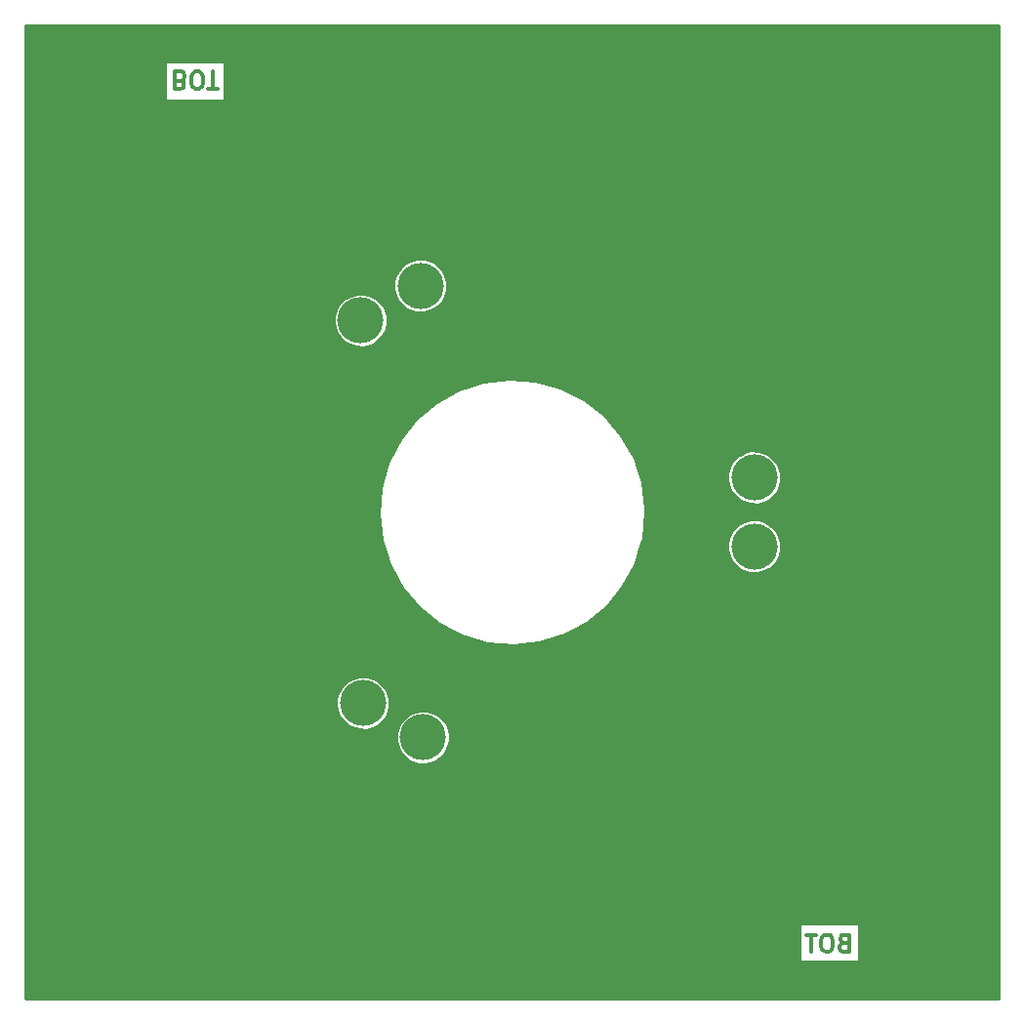
<source format=gbl>
G04 #@! TF.FileFunction,Copper,L2,Bot,Signal*
%FSLAX46Y46*%
G04 Gerber Fmt 4.6, Leading zero omitted, Abs format (unit mm)*
G04 Created by KiCad (PCBNEW 4.0.2+dfsg1-stable) date fre  9 dec 2016 10:59:23*
%MOMM*%
G01*
G04 APERTURE LIST*
%ADD10C,0.100000*%
%ADD11C,0.300000*%
%ADD12C,4.000000*%
%ADD13C,5.000000*%
%ADD14C,0.600000*%
%ADD15C,0.254000*%
G04 APERTURE END LIST*
D10*
D11*
X71250000Y-62607143D02*
X71464286Y-62535714D01*
X71535714Y-62464286D01*
X71607143Y-62321429D01*
X71607143Y-62107143D01*
X71535714Y-61964286D01*
X71464286Y-61892857D01*
X71321428Y-61821429D01*
X70750000Y-61821429D01*
X70750000Y-63321429D01*
X71250000Y-63321429D01*
X71392857Y-63250000D01*
X71464286Y-63178571D01*
X71535714Y-63035714D01*
X71535714Y-62892857D01*
X71464286Y-62750000D01*
X71392857Y-62678571D01*
X71250000Y-62607143D01*
X70750000Y-62607143D01*
X72535714Y-63321429D02*
X72821428Y-63321429D01*
X72964286Y-63250000D01*
X73107143Y-63107143D01*
X73178571Y-62821429D01*
X73178571Y-62321429D01*
X73107143Y-62035714D01*
X72964286Y-61892857D01*
X72821428Y-61821429D01*
X72535714Y-61821429D01*
X72392857Y-61892857D01*
X72250000Y-62035714D01*
X72178571Y-62321429D01*
X72178571Y-62821429D01*
X72250000Y-63107143D01*
X72392857Y-63250000D01*
X72535714Y-63321429D01*
X73607143Y-63321429D02*
X74464286Y-63321429D01*
X74035715Y-61821429D02*
X74035715Y-63321429D01*
X128750000Y-137392857D02*
X128535714Y-137464286D01*
X128464286Y-137535714D01*
X128392857Y-137678571D01*
X128392857Y-137892857D01*
X128464286Y-138035714D01*
X128535714Y-138107143D01*
X128678572Y-138178571D01*
X129250000Y-138178571D01*
X129250000Y-136678571D01*
X128750000Y-136678571D01*
X128607143Y-136750000D01*
X128535714Y-136821429D01*
X128464286Y-136964286D01*
X128464286Y-137107143D01*
X128535714Y-137250000D01*
X128607143Y-137321429D01*
X128750000Y-137392857D01*
X129250000Y-137392857D01*
X127464286Y-136678571D02*
X127178572Y-136678571D01*
X127035714Y-136750000D01*
X126892857Y-136892857D01*
X126821429Y-137178571D01*
X126821429Y-137678571D01*
X126892857Y-137964286D01*
X127035714Y-138107143D01*
X127178572Y-138178571D01*
X127464286Y-138178571D01*
X127607143Y-138107143D01*
X127750000Y-137964286D01*
X127821429Y-137678571D01*
X127821429Y-137178571D01*
X127750000Y-136892857D01*
X127607143Y-136750000D01*
X127464286Y-136678571D01*
X126392857Y-136678571D02*
X125535714Y-136678571D01*
X125964285Y-138178571D02*
X125964285Y-136678571D01*
D12*
X92258330Y-119562178D03*
X87062178Y-116562178D03*
X86857695Y-83370835D03*
X92053848Y-80370835D03*
X121000000Y-97000000D03*
X121000000Y-103000000D03*
X65000000Y-135000000D03*
X135000000Y-135000000D03*
X65000000Y-65000000D03*
X135000000Y-65000000D03*
D13*
X121500000Y-62760908D03*
X137239092Y-78500000D03*
D14*
X111850000Y-100000000D03*
X111669972Y-102057731D03*
X111135358Y-104052939D03*
X110262401Y-105925000D03*
X109077627Y-107617033D03*
X107617033Y-109077627D03*
X105925000Y-110262401D03*
X104052939Y-111135358D03*
X102057731Y-111669972D03*
X100000000Y-111850000D03*
X97942269Y-111669972D03*
X95947061Y-111135358D03*
X94075000Y-110262401D03*
X92382967Y-109077627D03*
X90922373Y-107617033D03*
X89737599Y-105925000D03*
X88864642Y-104052939D03*
X88330028Y-102057731D03*
X88150000Y-100000000D03*
X88330028Y-97942269D03*
X88864642Y-95947061D03*
X89737599Y-94075000D03*
X90922373Y-92382967D03*
X92382967Y-90922373D03*
X94075000Y-89737599D03*
X95947061Y-88864642D03*
X97942269Y-88330028D03*
X100000000Y-88150000D03*
X102057731Y-88330028D03*
X104052939Y-88864642D03*
X105925000Y-89737599D03*
X107617033Y-90922373D03*
X109077627Y-92382967D03*
X110262401Y-94075000D03*
X111135358Y-95947061D03*
X111669972Y-97942269D03*
D11*
X114000000Y-100000000D02*
X111900000Y-100000000D01*
X114000000Y-114000000D02*
X114000000Y-100000000D01*
X135000000Y-135000000D02*
X114000000Y-114000000D01*
D15*
G36*
X142172500Y-142172500D02*
X57827500Y-142172500D01*
X57827500Y-135673000D01*
X124915857Y-135673000D01*
X124915857Y-139027000D01*
X130084143Y-139027000D01*
X130084143Y-135673000D01*
X124915857Y-135673000D01*
X57827500Y-135673000D01*
X57827500Y-119757838D01*
X89928272Y-119757838D01*
X90010651Y-120206690D01*
X90178644Y-120630991D01*
X90425852Y-121014582D01*
X90742858Y-121342852D01*
X91117588Y-121603296D01*
X91535768Y-121785994D01*
X91981471Y-121883989D01*
X92437719Y-121893546D01*
X92887134Y-121814302D01*
X93312598Y-121649275D01*
X93697906Y-121404751D01*
X94028381Y-121090045D01*
X94291434Y-120717142D01*
X94477048Y-120300247D01*
X94578151Y-119855240D01*
X94585429Y-119334004D01*
X94496791Y-118886347D01*
X94322890Y-118464432D01*
X94070351Y-118084330D01*
X93748792Y-117760518D01*
X93370463Y-117505332D01*
X92949772Y-117328490D01*
X92502745Y-117236728D01*
X92046408Y-117233542D01*
X91598143Y-117319053D01*
X91175024Y-117490005D01*
X90793168Y-117739884D01*
X90467120Y-118059174D01*
X90209298Y-118435713D01*
X90029523Y-118855159D01*
X89934643Y-119301535D01*
X89928272Y-119757838D01*
X57827500Y-119757838D01*
X57827500Y-116757838D01*
X84732120Y-116757838D01*
X84814499Y-117206690D01*
X84982492Y-117630991D01*
X85229700Y-118014582D01*
X85546706Y-118342852D01*
X85921436Y-118603296D01*
X86339616Y-118785994D01*
X86785319Y-118883989D01*
X87241567Y-118893546D01*
X87690982Y-118814302D01*
X88116446Y-118649275D01*
X88501754Y-118404751D01*
X88832229Y-118090045D01*
X89095282Y-117717142D01*
X89280896Y-117300247D01*
X89381999Y-116855240D01*
X89389277Y-116334004D01*
X89300639Y-115886347D01*
X89126738Y-115464432D01*
X88874199Y-115084330D01*
X88552640Y-114760518D01*
X88174311Y-114505332D01*
X87753620Y-114328490D01*
X87306593Y-114236728D01*
X86850256Y-114233542D01*
X86401991Y-114319053D01*
X85978872Y-114490005D01*
X85597016Y-114739884D01*
X85270968Y-115059174D01*
X85013146Y-115435713D01*
X84833371Y-115855159D01*
X84738491Y-116301535D01*
X84732120Y-116757838D01*
X57827500Y-116757838D01*
X57827500Y-100161647D01*
X88423629Y-100161647D01*
X88675496Y-102407098D01*
X89358711Y-104560862D01*
X90447248Y-106540905D01*
X91899648Y-108271807D01*
X93660587Y-109687639D01*
X95662992Y-110734471D01*
X97830593Y-111372431D01*
X100080826Y-111577218D01*
X102327980Y-111341032D01*
X104486462Y-110672871D01*
X106474056Y-109598182D01*
X108215055Y-108157903D01*
X109643146Y-106406891D01*
X110703932Y-104411842D01*
X111071118Y-103195660D01*
X118669942Y-103195660D01*
X118752321Y-103644512D01*
X118920314Y-104068813D01*
X119167522Y-104452404D01*
X119484528Y-104780674D01*
X119859258Y-105041118D01*
X120277438Y-105223816D01*
X120723141Y-105321811D01*
X121179389Y-105331368D01*
X121628804Y-105252124D01*
X122054268Y-105087097D01*
X122439576Y-104842573D01*
X122770051Y-104527867D01*
X123033104Y-104154964D01*
X123218718Y-103738069D01*
X123319821Y-103293062D01*
X123327099Y-102771826D01*
X123238461Y-102324169D01*
X123064560Y-101902254D01*
X122812021Y-101522152D01*
X122490462Y-101198340D01*
X122112133Y-100943154D01*
X121691442Y-100766312D01*
X121244415Y-100674550D01*
X120788078Y-100671364D01*
X120339813Y-100756875D01*
X119916694Y-100927827D01*
X119534838Y-101177706D01*
X119208790Y-101496996D01*
X118950968Y-101873535D01*
X118771193Y-102292981D01*
X118676313Y-102739357D01*
X118669942Y-103195660D01*
X111071118Y-103195660D01*
X111357008Y-102248748D01*
X111577500Y-100000000D01*
X111572986Y-99676737D01*
X111289792Y-97435022D01*
X111210167Y-97195660D01*
X118669942Y-97195660D01*
X118752321Y-97644512D01*
X118920314Y-98068813D01*
X119167522Y-98452404D01*
X119484528Y-98780674D01*
X119859258Y-99041118D01*
X120277438Y-99223816D01*
X120723141Y-99321811D01*
X121179389Y-99331368D01*
X121628804Y-99252124D01*
X122054268Y-99087097D01*
X122439576Y-98842573D01*
X122770051Y-98527867D01*
X123033104Y-98154964D01*
X123218718Y-97738069D01*
X123319821Y-97293062D01*
X123327099Y-96771826D01*
X123238461Y-96324169D01*
X123064560Y-95902254D01*
X122812021Y-95522152D01*
X122490462Y-95198340D01*
X122112133Y-94943154D01*
X121691442Y-94766312D01*
X121244415Y-94674550D01*
X120788078Y-94671364D01*
X120339813Y-94756875D01*
X119916694Y-94927827D01*
X119534838Y-95177706D01*
X119208790Y-95496996D01*
X118950968Y-95873535D01*
X118771193Y-96292981D01*
X118676313Y-96739357D01*
X118669942Y-97195660D01*
X111210167Y-97195660D01*
X110576573Y-95291007D01*
X109460495Y-93326355D01*
X107984070Y-91615900D01*
X106203535Y-90224793D01*
X104186708Y-89206021D01*
X102010412Y-88598388D01*
X99757539Y-88425039D01*
X97513902Y-88692577D01*
X95364959Y-89390810D01*
X93392564Y-90493145D01*
X91671843Y-91957593D01*
X90268340Y-93728373D01*
X89235513Y-95738038D01*
X88612701Y-97910040D01*
X88423629Y-100161647D01*
X57827500Y-100161647D01*
X57827500Y-83566495D01*
X84527637Y-83566495D01*
X84610016Y-84015347D01*
X84778009Y-84439648D01*
X85025217Y-84823239D01*
X85342223Y-85151509D01*
X85716953Y-85411953D01*
X86135133Y-85594651D01*
X86580836Y-85692646D01*
X87037084Y-85702203D01*
X87486499Y-85622959D01*
X87911963Y-85457932D01*
X88297271Y-85213408D01*
X88627746Y-84898702D01*
X88890799Y-84525799D01*
X89076413Y-84108904D01*
X89177516Y-83663897D01*
X89184794Y-83142661D01*
X89096156Y-82695004D01*
X88922255Y-82273089D01*
X88669716Y-81892987D01*
X88348157Y-81569175D01*
X87969828Y-81313989D01*
X87549137Y-81137147D01*
X87102110Y-81045385D01*
X86645773Y-81042199D01*
X86197508Y-81127710D01*
X85774389Y-81298662D01*
X85392533Y-81548541D01*
X85066485Y-81867831D01*
X84808663Y-82244370D01*
X84628888Y-82663816D01*
X84534008Y-83110192D01*
X84527637Y-83566495D01*
X57827500Y-83566495D01*
X57827500Y-80566495D01*
X89723790Y-80566495D01*
X89806169Y-81015347D01*
X89974162Y-81439648D01*
X90221370Y-81823239D01*
X90538376Y-82151509D01*
X90913106Y-82411953D01*
X91331286Y-82594651D01*
X91776989Y-82692646D01*
X92233237Y-82702203D01*
X92682652Y-82622959D01*
X93108116Y-82457932D01*
X93493424Y-82213408D01*
X93823899Y-81898702D01*
X94086952Y-81525799D01*
X94272566Y-81108904D01*
X94373669Y-80663897D01*
X94380947Y-80142661D01*
X94292309Y-79695004D01*
X94118408Y-79273089D01*
X93865869Y-78892987D01*
X93544310Y-78569175D01*
X93165981Y-78313989D01*
X92745290Y-78137147D01*
X92298263Y-78045385D01*
X91841926Y-78042199D01*
X91393661Y-78127710D01*
X90970542Y-78298662D01*
X90588686Y-78548541D01*
X90262638Y-78867831D01*
X90004816Y-79244370D01*
X89825041Y-79663816D01*
X89730161Y-80110192D01*
X89723790Y-80566495D01*
X57827500Y-80566495D01*
X57827500Y-60973000D01*
X69915857Y-60973000D01*
X69915857Y-64327000D01*
X75084143Y-64327000D01*
X75084143Y-60973000D01*
X69915857Y-60973000D01*
X57827500Y-60973000D01*
X57827500Y-57827500D01*
X142172500Y-57827500D01*
X142172500Y-142172500D01*
X142172500Y-142172500D01*
G37*
X142172500Y-142172500D02*
X57827500Y-142172500D01*
X57827500Y-135673000D01*
X124915857Y-135673000D01*
X124915857Y-139027000D01*
X130084143Y-139027000D01*
X130084143Y-135673000D01*
X124915857Y-135673000D01*
X57827500Y-135673000D01*
X57827500Y-119757838D01*
X89928272Y-119757838D01*
X90010651Y-120206690D01*
X90178644Y-120630991D01*
X90425852Y-121014582D01*
X90742858Y-121342852D01*
X91117588Y-121603296D01*
X91535768Y-121785994D01*
X91981471Y-121883989D01*
X92437719Y-121893546D01*
X92887134Y-121814302D01*
X93312598Y-121649275D01*
X93697906Y-121404751D01*
X94028381Y-121090045D01*
X94291434Y-120717142D01*
X94477048Y-120300247D01*
X94578151Y-119855240D01*
X94585429Y-119334004D01*
X94496791Y-118886347D01*
X94322890Y-118464432D01*
X94070351Y-118084330D01*
X93748792Y-117760518D01*
X93370463Y-117505332D01*
X92949772Y-117328490D01*
X92502745Y-117236728D01*
X92046408Y-117233542D01*
X91598143Y-117319053D01*
X91175024Y-117490005D01*
X90793168Y-117739884D01*
X90467120Y-118059174D01*
X90209298Y-118435713D01*
X90029523Y-118855159D01*
X89934643Y-119301535D01*
X89928272Y-119757838D01*
X57827500Y-119757838D01*
X57827500Y-116757838D01*
X84732120Y-116757838D01*
X84814499Y-117206690D01*
X84982492Y-117630991D01*
X85229700Y-118014582D01*
X85546706Y-118342852D01*
X85921436Y-118603296D01*
X86339616Y-118785994D01*
X86785319Y-118883989D01*
X87241567Y-118893546D01*
X87690982Y-118814302D01*
X88116446Y-118649275D01*
X88501754Y-118404751D01*
X88832229Y-118090045D01*
X89095282Y-117717142D01*
X89280896Y-117300247D01*
X89381999Y-116855240D01*
X89389277Y-116334004D01*
X89300639Y-115886347D01*
X89126738Y-115464432D01*
X88874199Y-115084330D01*
X88552640Y-114760518D01*
X88174311Y-114505332D01*
X87753620Y-114328490D01*
X87306593Y-114236728D01*
X86850256Y-114233542D01*
X86401991Y-114319053D01*
X85978872Y-114490005D01*
X85597016Y-114739884D01*
X85270968Y-115059174D01*
X85013146Y-115435713D01*
X84833371Y-115855159D01*
X84738491Y-116301535D01*
X84732120Y-116757838D01*
X57827500Y-116757838D01*
X57827500Y-100161647D01*
X88423629Y-100161647D01*
X88675496Y-102407098D01*
X89358711Y-104560862D01*
X90447248Y-106540905D01*
X91899648Y-108271807D01*
X93660587Y-109687639D01*
X95662992Y-110734471D01*
X97830593Y-111372431D01*
X100080826Y-111577218D01*
X102327980Y-111341032D01*
X104486462Y-110672871D01*
X106474056Y-109598182D01*
X108215055Y-108157903D01*
X109643146Y-106406891D01*
X110703932Y-104411842D01*
X111071118Y-103195660D01*
X118669942Y-103195660D01*
X118752321Y-103644512D01*
X118920314Y-104068813D01*
X119167522Y-104452404D01*
X119484528Y-104780674D01*
X119859258Y-105041118D01*
X120277438Y-105223816D01*
X120723141Y-105321811D01*
X121179389Y-105331368D01*
X121628804Y-105252124D01*
X122054268Y-105087097D01*
X122439576Y-104842573D01*
X122770051Y-104527867D01*
X123033104Y-104154964D01*
X123218718Y-103738069D01*
X123319821Y-103293062D01*
X123327099Y-102771826D01*
X123238461Y-102324169D01*
X123064560Y-101902254D01*
X122812021Y-101522152D01*
X122490462Y-101198340D01*
X122112133Y-100943154D01*
X121691442Y-100766312D01*
X121244415Y-100674550D01*
X120788078Y-100671364D01*
X120339813Y-100756875D01*
X119916694Y-100927827D01*
X119534838Y-101177706D01*
X119208790Y-101496996D01*
X118950968Y-101873535D01*
X118771193Y-102292981D01*
X118676313Y-102739357D01*
X118669942Y-103195660D01*
X111071118Y-103195660D01*
X111357008Y-102248748D01*
X111577500Y-100000000D01*
X111572986Y-99676737D01*
X111289792Y-97435022D01*
X111210167Y-97195660D01*
X118669942Y-97195660D01*
X118752321Y-97644512D01*
X118920314Y-98068813D01*
X119167522Y-98452404D01*
X119484528Y-98780674D01*
X119859258Y-99041118D01*
X120277438Y-99223816D01*
X120723141Y-99321811D01*
X121179389Y-99331368D01*
X121628804Y-99252124D01*
X122054268Y-99087097D01*
X122439576Y-98842573D01*
X122770051Y-98527867D01*
X123033104Y-98154964D01*
X123218718Y-97738069D01*
X123319821Y-97293062D01*
X123327099Y-96771826D01*
X123238461Y-96324169D01*
X123064560Y-95902254D01*
X122812021Y-95522152D01*
X122490462Y-95198340D01*
X122112133Y-94943154D01*
X121691442Y-94766312D01*
X121244415Y-94674550D01*
X120788078Y-94671364D01*
X120339813Y-94756875D01*
X119916694Y-94927827D01*
X119534838Y-95177706D01*
X119208790Y-95496996D01*
X118950968Y-95873535D01*
X118771193Y-96292981D01*
X118676313Y-96739357D01*
X118669942Y-97195660D01*
X111210167Y-97195660D01*
X110576573Y-95291007D01*
X109460495Y-93326355D01*
X107984070Y-91615900D01*
X106203535Y-90224793D01*
X104186708Y-89206021D01*
X102010412Y-88598388D01*
X99757539Y-88425039D01*
X97513902Y-88692577D01*
X95364959Y-89390810D01*
X93392564Y-90493145D01*
X91671843Y-91957593D01*
X90268340Y-93728373D01*
X89235513Y-95738038D01*
X88612701Y-97910040D01*
X88423629Y-100161647D01*
X57827500Y-100161647D01*
X57827500Y-83566495D01*
X84527637Y-83566495D01*
X84610016Y-84015347D01*
X84778009Y-84439648D01*
X85025217Y-84823239D01*
X85342223Y-85151509D01*
X85716953Y-85411953D01*
X86135133Y-85594651D01*
X86580836Y-85692646D01*
X87037084Y-85702203D01*
X87486499Y-85622959D01*
X87911963Y-85457932D01*
X88297271Y-85213408D01*
X88627746Y-84898702D01*
X88890799Y-84525799D01*
X89076413Y-84108904D01*
X89177516Y-83663897D01*
X89184794Y-83142661D01*
X89096156Y-82695004D01*
X88922255Y-82273089D01*
X88669716Y-81892987D01*
X88348157Y-81569175D01*
X87969828Y-81313989D01*
X87549137Y-81137147D01*
X87102110Y-81045385D01*
X86645773Y-81042199D01*
X86197508Y-81127710D01*
X85774389Y-81298662D01*
X85392533Y-81548541D01*
X85066485Y-81867831D01*
X84808663Y-82244370D01*
X84628888Y-82663816D01*
X84534008Y-83110192D01*
X84527637Y-83566495D01*
X57827500Y-83566495D01*
X57827500Y-80566495D01*
X89723790Y-80566495D01*
X89806169Y-81015347D01*
X89974162Y-81439648D01*
X90221370Y-81823239D01*
X90538376Y-82151509D01*
X90913106Y-82411953D01*
X91331286Y-82594651D01*
X91776989Y-82692646D01*
X92233237Y-82702203D01*
X92682652Y-82622959D01*
X93108116Y-82457932D01*
X93493424Y-82213408D01*
X93823899Y-81898702D01*
X94086952Y-81525799D01*
X94272566Y-81108904D01*
X94373669Y-80663897D01*
X94380947Y-80142661D01*
X94292309Y-79695004D01*
X94118408Y-79273089D01*
X93865869Y-78892987D01*
X93544310Y-78569175D01*
X93165981Y-78313989D01*
X92745290Y-78137147D01*
X92298263Y-78045385D01*
X91841926Y-78042199D01*
X91393661Y-78127710D01*
X90970542Y-78298662D01*
X90588686Y-78548541D01*
X90262638Y-78867831D01*
X90004816Y-79244370D01*
X89825041Y-79663816D01*
X89730161Y-80110192D01*
X89723790Y-80566495D01*
X57827500Y-80566495D01*
X57827500Y-60973000D01*
X69915857Y-60973000D01*
X69915857Y-64327000D01*
X75084143Y-64327000D01*
X75084143Y-60973000D01*
X69915857Y-60973000D01*
X57827500Y-60973000D01*
X57827500Y-57827500D01*
X142172500Y-57827500D01*
X142172500Y-142172500D01*
M02*

</source>
